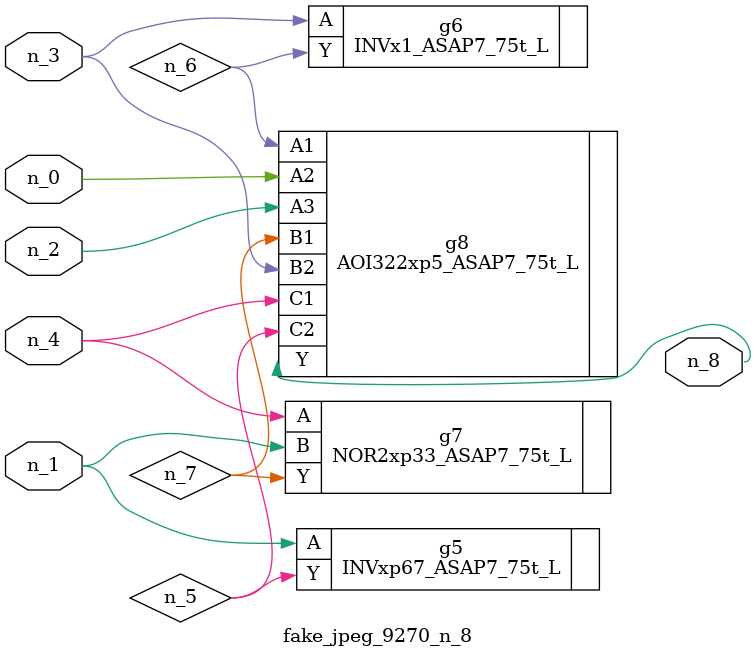
<source format=v>
module fake_jpeg_9270_n_8 (n_3, n_2, n_1, n_0, n_4, n_8);

input n_3;
input n_2;
input n_1;
input n_0;
input n_4;

output n_8;

wire n_6;
wire n_5;
wire n_7;

INVxp67_ASAP7_75t_L g5 ( 
.A(n_1),
.Y(n_5)
);

INVx1_ASAP7_75t_L g6 ( 
.A(n_3),
.Y(n_6)
);

NOR2xp33_ASAP7_75t_L g7 ( 
.A(n_4),
.B(n_1),
.Y(n_7)
);

AOI322xp5_ASAP7_75t_L g8 ( 
.A1(n_6),
.A2(n_0),
.A3(n_2),
.B1(n_7),
.B2(n_3),
.C1(n_4),
.C2(n_5),
.Y(n_8)
);


endmodule
</source>
